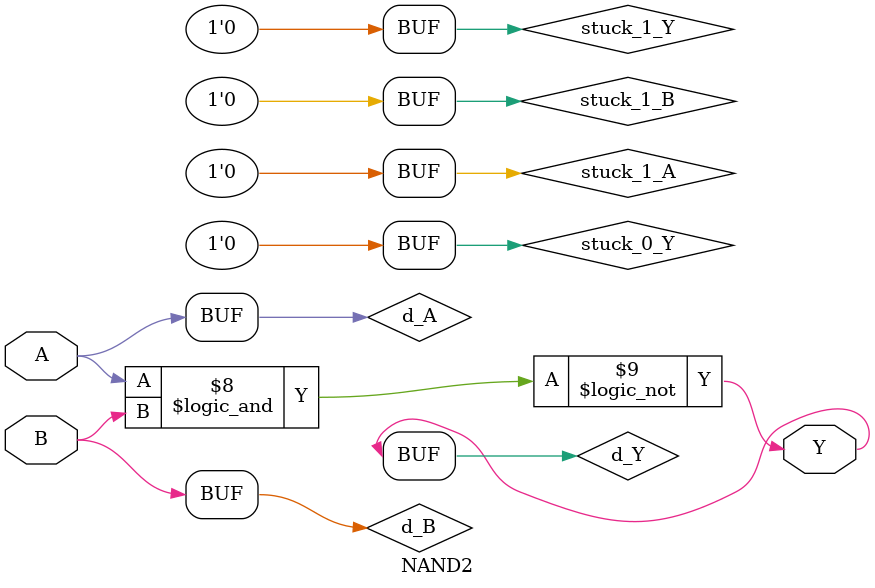
<source format=v>
module NAND2 (input A, output Y, input B);
`ifdef REGISTER
initial begin
   $display("register  %m.stuck_1_A input");
   $display("register  %m.stuck_0_Y output");
   $display("register  %m.stuck_1_Y output");
   $display("register  %m.stuck_1_B input");
end
`endif
reg stuck_1_A; initial stuck_1_A=0;
wire d_A = stuck_1_A ? 1 : A;
reg stuck_0_Y; initial stuck_0_Y=0;
reg stuck_1_Y; initial stuck_1_Y=0;
wire d_Y;
assign Y = stuck_1_Y ? 1 : stuck_0_Y ? 0 : d_Y;
reg stuck_1_B; initial stuck_1_B=0;
wire d_B = stuck_1_B ? 1 : B;
assign d_Y = ! ( d_A && d_B );
endmodule

</source>
